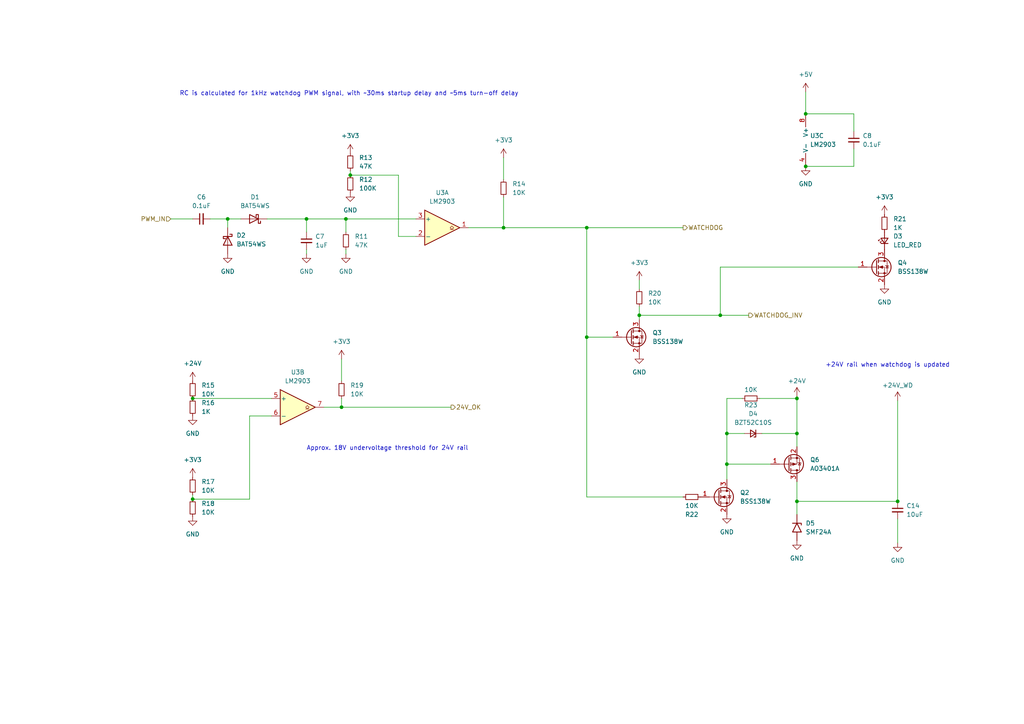
<source format=kicad_sch>
(kicad_sch (version 20230121) (generator eeschema)
  (paper "A4")
  (lib_symbols
    (symbol "Device:C_Small" (pin_numbers hide) (pin_names (offset 0.254) hide)
      (property "Reference" "C" (at 0.254 1.778 0))
      (property "Value" "C_Small" (at 0.254 -2.032 0))
      (symbol "C_Small_0_1"
        (polyline (pts (xy -1.524 -0.508) (xy 1.524 -0.508)) (stroke (width 0.3302)))
        (polyline (pts (xy -1.524 0.508) (xy 1.524 0.508)) (stroke (width 0.3048)))
      )
      (symbol "C_Small_1_1"
        (pin passive line (at 0 2.54 270) (length 2.032) (name "~") (number "1"))
        (pin passive line (at 0 -2.54 90) (length 2.032) (name "~") (number "2"))
      )
    )
    (symbol "Device:R_Small" (pin_numbers hide) (pin_names (offset 0.254) hide)
      (property "Reference" "R" (at 0.762 0.508 0))
      (property "Value" "R_Small" (at 0.762 -1.016 0))
      (symbol "R_Small_0_1"
        (rectangle (start -0.762 1.778) (end 0.762 -1.778) (stroke (width 0.2032)))
      )
      (symbol "R_Small_1_1"
        (pin passive line (at 0 2.54 270) (length 0.762) (name "~") (number "1"))
        (pin passive line (at 0 -2.54 90) (length 0.762) (name "~") (number "2"))
      )
    )
    (symbol "cnc:+24V_WD" (power) (pin_names (offset 0))
      (property "Value" "+24V_WD" (at 0 3.556 0))
      (symbol "+24V_WD_0_1"
        (polyline (pts (xy -0.762 1.27) (xy 0 2.54)))
        (polyline (pts (xy 0 0) (xy 0 2.54)))
        (polyline (pts (xy 0 2.54) (xy 0.762 1.27)))
      )
      (symbol "+24V_WD_1_1"
        (pin power_in line (at 0 0 90) (length 0) hide (name "+24V_WD") (number "1"))
      )
    )
    (symbol "hadv-diodes:BAT54WS" (pin_numbers hide) (pin_names (offset 1.016) hide)
      (property "Reference" "D" (at 0 2.54 0))
      (property "Value" "BAT54WS" (at 0 -2.54 0))
      (symbol "BAT54WS_0_1"
        (polyline (pts (xy 1.27 0) (xy -1.27 0)))
        (polyline (pts (xy 1.27 1.27) (xy 1.27 -1.27) (xy -1.27 0) (xy 1.27 1.27)) (stroke (width 0.254)))
        (polyline (pts (xy -1.905 0.635) (xy -1.905 1.27) (xy -1.27 1.27) (xy -1.27 -1.27) (xy -0.635 -1.27) (xy -0.635 -0.635)) (stroke (width 0.254)))
      )
      (symbol "BAT54WS_1_1"
        (pin passive line (at -3.81 0 0) (length 2.54) (name "K") (number "1"))
        (pin passive line (at 3.81 0 180) (length 2.54) (name "A") (number "2"))
        (pin no_connect line (at 0 0 90) (length 2.54) hide (name "NC") (number "2"))
      )
    )
    (symbol "hadv-diodes:BZT52C10S" (pin_numbers hide) (pin_names (offset 0.254) hide)
      (property "Reference" "D" (at 0 2.286 0))
      (property "Value" "BZT52C10S" (at 0 -2.286 0))
      (symbol "BZT52C10S_0_1"
        (polyline (pts (xy 0.762 0) (xy -0.762 0)))
        (polyline (pts (xy -0.254 1.016) (xy -0.762 1.016) (xy -0.762 -1.016)) (stroke (width 0.254)))
        (polyline (pts (xy 0.762 1.016) (xy -0.762 0) (xy 0.762 -1.016) (xy 0.762 1.016)) (stroke (width 0.254)))
      )
      (symbol "BZT52C10S_1_1"
        (pin passive line (at -2.54 0 0) (length 1.778) (name "K") (number "1"))
        (pin passive line (at 2.54 0 180) (length 1.778) (name "A") (number "2"))
      )
    )
    (symbol "hadv-opamps:LM393" (pin_names (offset 0.127))
      (property "Reference" "U" (at 3.81 3.81 0))
      (property "Value" "LM2903" (at 6.35 -3.81 0))
      (symbol "LM393_1_1"
        (polyline (pts (xy -5.08 5.08) (xy 5.08 0) (xy -5.08 -5.08) (xy -5.08 5.08)) (stroke (width 0.254)) (fill (type background)))
        (polyline (pts (xy 3.302 -0.508) (xy 2.794 -0.508) (xy 3.302 0) (xy 2.794 0.508) (xy 2.286 0) (xy 2.794 -0.508) (xy 2.286 -0.508)) (stroke (width 0.127)))
        (pin open_collector line (at 7.62 0 180) (length 2.54) (name "~") (number "1"))
        (pin input line (at -7.62 -2.54 0) (length 2.54) (name "-") (number "2"))
        (pin input line (at -7.62 2.54 0) (length 2.54) (name "+") (number "3"))
      )
      (symbol "LM393_2_1"
        (polyline (pts (xy -5.08 5.08) (xy 5.08 0) (xy -5.08 -5.08) (xy -5.08 5.08)) (stroke (width 0.254)) (fill (type background)))
        (polyline (pts (xy 3.302 -0.508) (xy 2.794 -0.508) (xy 3.302 0) (xy 2.794 0.508) (xy 2.286 0) (xy 2.794 -0.508) (xy 2.286 -0.508)) (stroke (width 0.127)))
        (pin input line (at -7.62 2.54 0) (length 2.54) (name "+") (number "5"))
        (pin input line (at -7.62 -2.54 0) (length 2.54) (name "-") (number "6"))
        (pin open_collector line (at 7.62 0 180) (length 2.54) (name "~") (number "7"))
      )
      (symbol "LM393_3_1"
        (pin power_in line (at -2.54 -7.62 90) (length 3.81) (name "V-") (number "4"))
        (pin power_in line (at -2.54 7.62 270) (length 3.81) (name "V+") (number "8"))
      )
    )
    (symbol "hadv-protection:SMF24A" (pin_numbers hide) (pin_names (offset 1.016) hide)
      (property "Reference" "D" (at 0 2.54 0))
      (property "Value" "SMF24A" (at 0 -2.54 0))
      (symbol "SMF24A_0_1"
        (polyline (pts (xy -0.762 1.27) (xy -1.27 1.27) (xy -1.27 -1.27)) (stroke (width 0.254)))
        (polyline (pts (xy 1.27 1.27) (xy 1.27 -1.27) (xy -1.27 0) (xy 1.27 1.27)) (stroke (width 0.254)))
      )
      (symbol "SMF24A_1_1"
        (pin passive line (at -3.81 0 0) (length 2.54) (name "A1") (number "1"))
        (pin passive line (at 3.81 0 180) (length 2.54) (name "A2") (number "2"))
      )
    )
    (symbol "hadv-transistors:AO3401A" (pin_names hide)
      (property "Reference" "Q" (at 5.08 1.905 0))
      (property "Value" "AO3401A" (at 5.08 0 0))
      (symbol "AO3401A_0_1"
        (polyline (pts (xy 0.254 0) (xy -2.54 0)))
        (polyline (pts (xy 0.254 1.905) (xy 0.254 -1.905)) (stroke (width 0.254)))
        (polyline (pts (xy 0.762 -1.27) (xy 0.762 -2.286)) (stroke (width 0.254)))
        (polyline (pts (xy 0.762 0.508) (xy 0.762 -0.508)) (stroke (width 0.254)))
        (polyline (pts (xy 0.762 2.286) (xy 0.762 1.27)) (stroke (width 0.254)))
        (polyline (pts (xy 2.54 2.54) (xy 2.54 1.778)))
        (polyline (pts (xy 2.54 -2.54) (xy 2.54 0) (xy 0.762 0)))
        (polyline (pts (xy 0.762 1.778) (xy 3.302 1.778) (xy 3.302 -1.778) (xy 0.762 -1.778)))
        (polyline (pts (xy 2.286 0) (xy 1.27 0.381) (xy 1.27 -0.381) (xy 2.286 0)) (fill (type outline)))
        (polyline (pts (xy 2.794 -0.508) (xy 2.921 -0.381) (xy 3.683 -0.381) (xy 3.81 -0.254)))
        (polyline (pts (xy 3.302 -0.381) (xy 2.921 0.254) (xy 3.683 0.254) (xy 3.302 -0.381)))
        (circle (center 1.651 0) (radius 2.794) (stroke (width 0.254)))
        (circle (center 2.54 -1.778) (radius 0.254) (fill (type outline)))
        (circle (center 2.54 1.778) (radius 0.254) (fill (type outline)))
      )
      (symbol "AO3401A_1_1"
        (pin input line (at -5.08 0 0) (length 2.54) (name "G") (number "1"))
        (pin passive line (at 2.54 -5.08 90) (length 2.54) (name "S") (number "2"))
        (pin passive line (at 2.54 5.08 270) (length 2.54) (name "D") (number "3"))
      )
    )
    (symbol "hadv-transistors:BSS138W" (pin_names (offset 0) hide)
      (property "Reference" "Q" (at 5.08 1.27 0))
      (property "Value" "BSS138W" (at 5.08 -1.27 0))
      (symbol "BSS138W_0_1"
        (polyline (pts (xy 0.254 0) (xy -2.54 0)))
        (polyline (pts (xy 0.254 1.905) (xy 0.254 -1.905)) (stroke (width 0.254)))
        (polyline (pts (xy 0.762 -1.27) (xy 0.762 -2.286)) (stroke (width 0.254)))
        (polyline (pts (xy 0.762 0.508) (xy 0.762 -0.508)) (stroke (width 0.254)))
        (polyline (pts (xy 0.762 2.286) (xy 0.762 1.27)) (stroke (width 0.254)))
        (polyline (pts (xy 2.54 2.54) (xy 2.54 1.778)))
        (polyline (pts (xy 2.54 -2.54) (xy 2.54 0) (xy 0.762 0)))
        (polyline (pts (xy 0.762 -1.778) (xy 3.302 -1.778) (xy 3.302 1.778) (xy 0.762 1.778)))
        (polyline (pts (xy 1.016 0) (xy 2.032 0.381) (xy 2.032 -0.381) (xy 1.016 0)) (fill (type outline)))
        (polyline (pts (xy 2.794 0.508) (xy 2.921 0.381) (xy 3.683 0.381) (xy 3.81 0.254)))
        (polyline (pts (xy 3.302 0.381) (xy 2.921 -0.254) (xy 3.683 -0.254) (xy 3.302 0.381)))
        (circle (center 1.651 0) (radius 2.794) (stroke (width 0.254)))
        (circle (center 2.54 -1.778) (radius 0.254) (fill (type outline)))
        (circle (center 2.54 1.778) (radius 0.254) (fill (type outline)))
      )
      (symbol "BSS138W_1_1"
        (pin input line (at -5.08 0 0) (length 2.54) (name "G") (number "1"))
        (pin passive line (at 2.54 -5.08 90) (length 2.54) (name "S") (number "2"))
        (pin passive line (at 2.54 5.08 270) (length 2.54) (name "D") (number "3"))
      )
    )
    (symbol "hadv-ui:LED_RED" (pin_numbers hide) (pin_names (offset 0.254) hide)
      (property "Reference" "D" (at -1.27 3.175 0))
      (property "Value" "LED_RED" (at -4.445 -2.54 0))
      (symbol "LED_RED_0_1"
        (polyline (pts (xy -0.762 -1.016) (xy -0.762 1.016)) (stroke (width 0.254)))
        (polyline (pts (xy 1.016 0) (xy -0.762 0)))
        (polyline (pts (xy 0.762 -1.016) (xy -0.762 0) (xy 0.762 1.016) (xy 0.762 -1.016)) (stroke (width 0.254)))
        (polyline (pts (xy 0 0.762) (xy -0.508 1.27) (xy -0.254 1.27) (xy -0.508 1.27) (xy -0.508 1.016)))
        (polyline (pts (xy 0.508 1.27) (xy 0 1.778) (xy 0.254 1.778) (xy 0 1.778) (xy 0 1.524)))
      )
      (symbol "LED_RED_1_1"
        (pin passive line (at -2.54 0 0) (length 1.778) (name "K") (number "1"))
        (pin passive line (at 2.54 0 180) (length 1.778) (name "A") (number "2"))
      )
    )
    (symbol "power:+24V" (power) (pin_names (offset 0))
      (property "Value" "+24V" (at 0 3.556 0))
      (symbol "+24V_0_1"
        (polyline (pts (xy -0.762 1.27) (xy 0 2.54)))
        (polyline (pts (xy 0 0) (xy 0 2.54)))
        (polyline (pts (xy 0 2.54) (xy 0.762 1.27)))
      )
      (symbol "+24V_1_1"
        (pin power_in line (at 0 0 90) (length 0) hide (name "+24V") (number "1"))
      )
    )
    (symbol "power:+3V3" (power) (pin_names (offset 0))
      (property "Value" "+3V3" (at 0 3.556 0))
      (symbol "+3V3_0_1"
        (polyline (pts (xy -0.762 1.27) (xy 0 2.54)))
        (polyline (pts (xy 0 0) (xy 0 2.54)))
        (polyline (pts (xy 0 2.54) (xy 0.762 1.27)))
      )
      (symbol "+3V3_1_1"
        (pin power_in line (at 0 0 90) (length 0) hide (name "+3V3") (number "1"))
      )
    )
    (symbol "power:+5V" (power) (pin_names (offset 0))
      (property "Value" "+5V" (at 0 3.556 0))
      (symbol "+5V_0_1"
        (polyline (pts (xy -0.762 1.27) (xy 0 2.54)))
        (polyline (pts (xy 0 0) (xy 0 2.54)))
        (polyline (pts (xy 0 2.54) (xy 0.762 1.27)))
      )
      (symbol "+5V_1_1"
        (pin power_in line (at 0 0 90) (length 0) hide (name "+5V") (number "1"))
      )
    )
    (symbol "power:GND" (power) (pin_names (offset 0))
      (property "Value" "GND" (at 0 -3.81 0))
      (symbol "GND_0_1"
        (polyline (pts (xy 0 0) (xy 0 -1.27) (xy 1.27 -1.27) (xy 0 -2.54) (xy -1.27 -1.27) (xy 0 -1.27)))
      )
      (symbol "GND_1_1"
        (pin power_in line (at 0 0 270) (length 0) hide (name "GND") (number "1"))
      )
    )
  )
  (junction (at 231.14 125.73))
  (junction (at 185.42 91.44))
  (junction (at 55.88 115.57))
  (junction (at 88.9 63.5))
  (junction (at 101.6 50.8))
  (junction (at 233.68 33.02))
  (junction (at 233.68 48.26))
  (junction (at 231.14 145.415))
  (junction (at 99.06 118.11))
  (junction (at 100.33 63.5))
  (junction (at 210.82 125.73))
  (junction (at 170.18 66.04))
  (junction (at 66.04 63.5))
  (junction (at 170.18 97.79))
  (junction (at 55.88 144.78))
  (junction (at 208.915 91.44))
  (junction (at 231.14 115.57))
  (junction (at 210.82 134.62))
  (junction (at 146.05 66.04))
  (junction (at 260.35 145.415))
  (wire (pts (xy 135.89 66.04) (xy 146.05 66.04)))
  (wire (pts (xy 55.88 115.57) (xy 78.74 115.57)))
  (wire (pts (xy 55.88 144.78) (xy 72.39 144.78)))
  (wire (pts (xy 247.65 43.18) (xy 247.65 48.26)))
  (wire (pts (xy 101.6 49.53) (xy 101.6 50.8)))
  (wire (pts (xy 210.82 125.73) (xy 210.82 134.62)))
  (wire (pts (xy 247.65 48.26) (xy 233.68 48.26)))
  (wire (pts (xy 66.04 63.5) (xy 66.04 66.04)))
  (wire (pts (xy 210.82 134.62) (xy 210.82 139.065)))
  (wire (pts (xy 72.39 144.78) (xy 72.39 120.65)))
  (wire (pts (xy 210.82 125.73) (xy 215.9 125.73)))
  (wire (pts (xy 88.9 73.66) (xy 88.9 72.39)))
  (wire (pts (xy 100.33 63.5) (xy 120.65 63.5)))
  (wire (pts (xy 231.14 139.7) (xy 231.14 145.415)))
  (wire (pts (xy 170.18 97.79) (xy 170.18 66.04)))
  (wire (pts (xy 177.8 97.79) (xy 170.18 97.79)))
  (wire (pts (xy 93.98 118.11) (xy 99.06 118.11)))
  (wire (pts (xy 185.42 81.28) (xy 185.42 83.82)))
  (wire (pts (xy 185.42 91.44) (xy 185.42 92.71)))
  (wire (pts (xy 231.14 115.57) (xy 231.14 125.73)))
  (wire (pts (xy 49.53 63.5) (xy 55.88 63.5)))
  (wire (pts (xy 231.14 125.73) (xy 231.14 129.54)))
  (wire (pts (xy 99.06 104.14) (xy 99.06 110.49)))
  (wire (pts (xy 100.33 72.39) (xy 100.33 73.66)))
  (wire (pts (xy 60.96 63.5) (xy 66.04 63.5)))
  (wire (pts (xy 210.82 115.57) (xy 210.82 125.73)))
  (wire (pts (xy 208.915 91.44) (xy 217.17 91.44)))
  (wire (pts (xy 247.65 38.1) (xy 247.65 33.02)))
  (wire (pts (xy 247.65 33.02) (xy 233.68 33.02)))
  (wire (pts (xy 170.18 66.04) (xy 198.12 66.04)))
  (wire (pts (xy 72.39 120.65) (xy 78.74 120.65)))
  (wire (pts (xy 231.14 114.935) (xy 231.14 115.57)))
  (wire (pts (xy 100.33 67.31) (xy 100.33 63.5)))
  (wire (pts (xy 215.265 115.57) (xy 210.82 115.57)))
  (wire (pts (xy 146.05 66.04) (xy 146.05 57.15)))
  (wire (pts (xy 146.05 45.72) (xy 146.05 52.07)))
  (wire (pts (xy 260.35 116.205) (xy 260.35 145.415)))
  (wire (pts (xy 208.915 77.47) (xy 208.915 91.44)))
  (wire (pts (xy 223.52 134.62) (xy 210.82 134.62)))
  (wire (pts (xy 101.6 50.8) (xy 115.57 50.8)))
  (wire (pts (xy 55.88 143.51) (xy 55.88 144.78)))
  (wire (pts (xy 233.68 26.67) (xy 233.68 33.02)))
  (wire (pts (xy 146.05 66.04) (xy 170.18 66.04)))
  (wire (pts (xy 185.42 88.9) (xy 185.42 91.44)))
  (wire (pts (xy 99.06 118.11) (xy 130.81 118.11)))
  (wire (pts (xy 115.57 50.8) (xy 115.57 68.58)))
  (wire (pts (xy 170.18 144.145) (xy 170.18 97.79)))
  (wire (pts (xy 260.35 157.48) (xy 260.35 150.495)))
  (wire (pts (xy 115.57 68.58) (xy 120.65 68.58)))
  (wire (pts (xy 185.42 91.44) (xy 208.915 91.44)))
  (wire (pts (xy 231.14 145.415) (xy 231.14 149.225)))
  (wire (pts (xy 66.04 63.5) (xy 69.85 63.5)))
  (wire (pts (xy 231.14 145.415) (xy 260.35 145.415)))
  (wire (pts (xy 99.06 118.11) (xy 99.06 115.57)))
  (wire (pts (xy 170.18 144.145) (xy 198.12 144.145)))
  (wire (pts (xy 88.9 67.31) (xy 88.9 63.5)))
  (wire (pts (xy 220.98 125.73) (xy 231.14 125.73)))
  (wire (pts (xy 77.47 63.5) (xy 88.9 63.5)))
  (wire (pts (xy 100.33 63.5) (xy 88.9 63.5)))
  (wire (pts (xy 248.92 77.47) (xy 208.915 77.47)))
  (wire (pts (xy 220.345 115.57) (xy 231.14 115.57)))
  (text "RC is calculated for 1kHz watchdog PWM signal, with ~30ms startup delay and ~5ms turn-off delay" (at 52.07 27.94 0) (effects (font (size 1.27 1.27)) (justify left bottom)))
  (text "+24V rail when watchdog is updated" (at 239.395 106.68 0) (effects (font (size 1.27 1.27)) (justify left bottom)))
  (text "Approx. 18V undervoltage threshold for 24V rail\n" (at 88.9 130.81 0) (effects (font (size 1.27 1.27)) (justify left bottom)))
  (hierarchical_label "PWM_IN" (shape input) (at 49.53 63.5 180))
  (hierarchical_label "WATCHDOG_INV" (shape output) (at 217.17 91.44 0))
  (hierarchical_label "24V_OK" (shape output) (at 130.81 118.11 0))
  (hierarchical_label "WATCHDOG" (shape output) (at 198.12 66.04 0))
  (symbol (lib_id "Device:C_Small") (at 247.65 40.64 0) (unit 1)
    (property "Reference" "C8" (at 250.19 39.3763 0) (effects (justify left)))
    (property "Value" "0.1uF" (at 250.19 41.9163 0) (effects (justify left)))
    (property "Footprint" "Capacitor_SMD:C_0603_1608Metric" (effects hide))
  )
  (symbol (lib_id "Device:R_Small") (at 217.805 115.57 270) (unit 1)
    (property "Reference" "R23" (at 217.805 117.475 90))
    (property "Value" "10K" (at 217.805 113.03 90))
    (property "Footprint" "Resistor_SMD:R_0603_1608Metric" (effects hide))
    (instances (project "colorlight-cnc-proto" (path "" (reference "R23") (unit 1)) (path "" (reference "R26") (unit 1))))
  )
  (symbol (lib_id "Device:R_Small") (at 256.54 64.77 0) (unit 1)
    (property "Reference" "R21" (at 259.08 63.5 0) (effects (justify left)))
    (property "Value" "1K" (at 259.08 66.04 0) (effects (justify left)))
    (property "Footprint" "Resistor_SMD:R_0603_1608Metric" (effects hide))
  )
  (symbol (lib_id "power:+24V") (at 231.14 114.935 0) (unit 1)
    (property "Reference" "#PWR033" (effects hide))
    (property "Value" "+24V" (at 231.14 110.49 0))
    (instances (project "colorlight-cnc-proto" (path "" (reference "#PWR033") (unit 1)) (path "" (reference "#PWR037") (unit 1))))
  )
  (symbol (lib_id "Device:R_Small") (at 101.6 46.99 0) (unit 1)
    (property "Reference" "R13" (at 104.14 45.72 0) (effects (justify left)))
    (property "Value" "47K" (at 104.14 48.26 0) (effects (justify left)))
    (property "Footprint" "Resistor_SMD:R_0603_1608Metric" (effects hide))
  )
  (symbol (lib_id "hadv-opamps:LM393") (at 86.36 118.11 0) (unit 2)
    (property "Reference" "U3" (at 86.36 107.95 0))
    (property "Value" "LM2903" (at 86.36 110.49 0))
    (property "Footprint" "Package_SO:SOP-8_3.76x4.96mm_P1.27mm" (effects hide))
    (property "Datasheet" "http://www.ti.com/lit/ds/symlink/lm393.pdf" (effects hide))
    (property "MPN" "LM393" (effects hide))
    (property "Manufacturer" "IDCHIP" (effects hide))
    (property "LCSC#" "C400839" (effects hide))
  )
  (symbol (lib_id "Device:R_Small") (at 100.33 69.85 0) (unit 1)
    (property "Reference" "R11" (at 102.87 68.58 0) (effects (justify left)))
    (property "Value" "47K" (at 102.87 71.12 0) (effects (justify left)))
    (property "Footprint" "Resistor_SMD:R_0603_1608Metric" (effects hide))
  )
  (symbol (lib_id "power:GND") (at 100.33 73.66 0) (unit 1)
    (property "Reference" "#PWR019" (effects hide))
    (property "Value" "GND" (at 100.33 78.74 0))
  )
  (symbol (lib_id "cnc:+24V_WD") (at 260.35 116.205 0) (unit 1)
    (property "Reference" "#PWR039" (effects hide))
    (property "Value" "+24V_WD" (at 260.35 111.76 0))
  )
  (symbol (lib_id "power:GND") (at 55.88 120.65 0) (unit 1)
    (property "Reference" "#PWR026" (effects hide))
    (property "Value" "GND" (at 55.88 125.73 0))
  )
  (symbol (lib_id "hadv-opamps:LM393") (at 236.22 40.64 0) (unit 3)
    (property "Reference" "U3" (at 234.95 39.37 0) (effects (justify left)))
    (property "Value" "LM2903" (at 234.95 41.91 0) (effects (justify left)))
    (property "Footprint" "Package_SO:SOP-8_3.76x4.96mm_P1.27mm" (effects hide))
    (property "Datasheet" "http://www.ti.com/lit/ds/symlink/lm393.pdf" (effects hide))
    (property "MPN" "LM393" (effects hide))
    (property "Manufacturer" "IDCHIP" (effects hide))
    (property "LCSC#" "C400839" (effects hide))
  )
  (symbol (lib_id "hadv-diodes:BZT52C10S") (at 218.44 125.73 180) (unit 1)
    (property "Reference" "D4" (at 218.44 120.015 0))
    (property "Value" "BZT52C10S" (at 218.44 122.555 0))
    (property "Footprint" "Diode_SMD:D_SOD-323" (effects hide))
    (property "MPN" "BZT52C10S" (effects hide))
    (property "LCSC#" "C5270769" (effects hide))
    (property "Manufacturer" "YFW" (effects hide))
    (instances (project "colorlight-cnc-proto" (path "" (reference "D4") (unit 1)) (path "" (reference "D7") (unit 1))))
  )
  (symbol (lib_id "power:+3V3") (at 55.88 138.43 0) (unit 1)
    (property "Reference" "#PWR027" (effects hide))
    (property "Value" "+3V3" (at 55.88 133.35 0))
  )
  (symbol (lib_id "power:+3V3") (at 185.42 81.28 0) (unit 1)
    (property "Reference" "#PWR030" (effects hide))
    (property "Value" "+3V3" (at 185.42 76.2 0))
  )
  (symbol (lib_id "hadv-ui:LED_RED") (at 256.54 69.85 90) (unit 1)
    (property "Reference" "D3" (at 259.08 68.5165 90) (effects (justify right)))
    (property "Value" "LED_RED" (at 259.08 71.0565 90) (effects (justify right)))
    (property "Footprint" "LED_SMD:LED_0603_1608Metric" (effects hide))
    (property "MPN" "SZYY0603R" (effects hide))
    (property "Manufacturer" "Yongyu Photoelectric" (effects hide))
    (property "LCSC#" "C434419" (effects hide))
  )
  (symbol (lib_id "power:+3V3") (at 101.6 44.45 0) (unit 1)
    (property "Reference" "#PWR023" (effects hide))
    (property "Value" "+3V3" (at 101.6 39.37 0))
  )
  (symbol (lib_id "power:GND") (at 66.04 73.66 0) (unit 1)
    (property "Reference" "#PWR017" (effects hide))
    (property "Value" "GND" (at 66.04 78.74 0))
  )
  (symbol (lib_id "Device:C_Small") (at 260.35 147.955 0) (unit 1)
    (property "Reference" "C14" (at 262.89 146.6913 0) (effects (justify left)))
    (property "Value" "10uF" (at 262.89 149.2313 0) (effects (justify left)))
    (property "Footprint" "Capacitor_SMD:C_0805_2012Metric" (effects hide))
    (property "LCSC#" "C440198" (effects hide))
    (property "MPN" "GRM21BR61H106KE43L" (effects hide))
    (instances (project "colorlight-cnc-proto" (path "" (reference "C14") (unit 1)) (path "" (reference "C21") (unit 1)) (path "" (reference "C22") (unit 1))))
  )
  (symbol (lib_id "power:+5V") (at 233.68 26.67 0) (unit 1)
    (property "Reference" "#PWR020" (effects hide))
    (property "Value" "+5V" (at 233.68 21.59 0))
  )
  (symbol (lib_id "hadv-diodes:BAT54WS") (at 66.04 69.85 270) (unit 1)
    (property "Reference" "D2" (at 68.58 68.2625 90) (effects (justify left)))
    (property "Value" "BAT54WS" (at 68.58 70.8025 90) (effects (justify left)))
    (property "Footprint" "Diode_SMD:D_SOD-323" (effects hide))
    (property "Datasheet" "https://datasheet.lcsc.com/lcsc/2206271801_FUXINSEMI-BAT54WS_C3040452.pdf" (effects hide))
    (property "MPN" "BAT54WS" (effects hide))
    (property "Manufacturer" "Fuxinsemi" (effects hide))
    (property "LCSC#" "C3040452" (effects hide))
  )
  (symbol (lib_id "hadv-opamps:LM393") (at 128.27 66.04 0) (unit 1)
    (property "Reference" "U3" (at 128.27 55.88 0))
    (property "Value" "LM2903" (at 128.27 58.42 0))
    (property "Footprint" "Package_SO:SOP-8_3.76x4.96mm_P1.27mm" (effects hide))
    (property "Datasheet" "http://www.ti.com/lit/ds/symlink/lm393.pdf" (effects hide))
    (property "MPN" "LM393" (effects hide))
    (property "Manufacturer" "IDCHIP" (effects hide))
    (property "LCSC#" "C400839" (effects hide))
  )
  (symbol (lib_id "Device:C_Small") (at 88.9 69.85 0) (unit 1)
    (property "Reference" "C7" (at 91.44 68.5863 0) (effects (justify left)))
    (property "Value" "1uF" (at 91.44 71.1263 0) (effects (justify left)))
    (property "Footprint" "Capacitor_SMD:C_0603_1608Metric" (effects hide))
  )
  (symbol (lib_id "Device:R_Small") (at 55.88 147.32 0) (unit 1)
    (property "Reference" "R18" (at 58.42 146.05 0) (effects (justify left)))
    (property "Value" "10K" (at 58.42 148.59 0) (effects (justify left)))
    (property "Footprint" "Resistor_SMD:R_0603_1608Metric" (effects hide))
  )
  (symbol (lib_id "Device:R_Small") (at 55.88 118.11 0) (unit 1)
    (property "Reference" "R16" (at 58.42 116.84 0) (effects (justify left)))
    (property "Value" "1K" (at 58.42 119.38 0) (effects (justify left)))
    (property "Footprint" "Resistor_SMD:R_0603_1608Metric" (effects hide))
  )
  (symbol (lib_id "Device:C_Small") (at 58.42 63.5 90) (unit 1)
    (property "Reference" "C6" (at 58.4263 57.15 90))
    (property "Value" "0.1uF" (at 58.4263 59.69 90))
    (property "Footprint" "Capacitor_SMD:C_0603_1608Metric" (effects hide))
  )
  (symbol (lib_id "power:+3V3") (at 99.06 104.14 0) (unit 1)
    (property "Reference" "#PWR029" (effects hide))
    (property "Value" "+3V3" (at 99.06 99.06 0))
  )
  (symbol (lib_id "hadv-transistors:BSS138W") (at 208.28 144.145 0) (unit 1)
    (property "Reference" "Q2" (at 214.63 142.875 0) (effects (justify left)))
    (property "Value" "BSS138W" (at 214.63 145.415 0) (effects (justify left)))
    (property "Footprint" "Package_TO_SOT_SMD:SOT-323_SC-70" (effects hide))
    (property "MPN" "BSS138W" (effects hide))
    (property "Manufacturer" "Jiangsu Changjing Electronics Technology Co., Ltd." (effects hide))
    (property "LCSC#" "C504052" (effects hide))
    (instances (project "colorlight-cnc-proto" (path "" (reference "Q2") (unit 1)) (path "" (reference "Q7") (unit 1))))
  )
  (symbol (lib_id "Device:R_Small") (at 55.88 113.03 0) (unit 1)
    (property "Reference" "R15" (at 58.42 111.76 0) (effects (justify left)))
    (property "Value" "10K" (at 58.42 114.3 0) (effects (justify left)))
    (property "Footprint" "Resistor_SMD:R_0603_1608Metric" (effects hide))
  )
  (symbol (lib_id "power:+3V3") (at 256.54 62.23 0) (unit 1)
    (property "Reference" "#PWR014" (effects hide))
    (property "Value" "+3V3" (at 256.54 57.15 0))
  )
  (symbol (lib_id "hadv-diodes:BAT54WS") (at 73.66 63.5 180) (unit 1)
    (property "Reference" "D1" (at 73.9775 57.15 0))
    (property "Value" "BAT54WS" (at 73.9775 59.69 0))
    (property "Footprint" "Diode_SMD:D_SOD-323" (effects hide))
    (property "Datasheet" "https://datasheet.lcsc.com/lcsc/2206271801_FUXINSEMI-BAT54WS_C3040452.pdf" (effects hide))
    (property "MPN" "BAT54WS" (effects hide))
    (property "Manufacturer" "Fuxinsemi" (effects hide))
    (property "LCSC#" "C3040452" (effects hide))
  )
  (symbol (lib_id "power:GND") (at 185.42 102.87 0) (unit 1)
    (property "Reference" "#PWR031" (effects hide))
    (property "Value" "GND" (at 185.42 107.95 0))
  )
  (symbol (lib_id "power:GND") (at 210.82 149.225 0) (unit 1)
    (property "Reference" "#PWR032" (effects hide))
    (property "Value" "GND" (at 210.82 154.305 0))
    (instances (project "colorlight-cnc-proto" (path "" (reference "#PWR032") (unit 1)) (path "" (reference "#PWR036") (unit 1))))
  )
  (symbol (lib_id "power:+3V3") (at 146.05 45.72 0) (unit 1)
    (property "Reference" "#PWR024" (effects hide))
    (property "Value" "+3V3" (at 146.05 40.64 0))
  )
  (symbol (lib_id "power:GND") (at 260.35 157.48 0) (unit 1)
    (property "Reference" "#PWR034" (effects hide))
    (property "Value" "GND" (at 260.35 162.56 0))
    (instances (project "colorlight-cnc-proto" (path "" (reference "#PWR034") (unit 1)) (path "" (reference "#PWR088") (unit 1))))
  )
  (symbol (lib_id "power:GND") (at 231.14 156.845 0) (unit 1)
    (property "Reference" "#PWR034" (effects hide))
    (property "Value" "GND" (at 231.14 161.925 0))
    (instances (project "colorlight-cnc-proto" (path "" (reference "#PWR034") (unit 1)) (path "" (reference "#PWR038") (unit 1))))
  )
  (symbol (lib_id "Device:R_Small") (at 185.42 86.36 0) (unit 1)
    (property "Reference" "R20" (at 187.96 85.09 0) (effects (justify left)))
    (property "Value" "10K" (at 187.96 87.63 0) (effects (justify left)))
    (property "Footprint" "Resistor_SMD:R_0603_1608Metric" (effects hide))
  )
  (symbol (lib_id "Device:R_Small") (at 146.05 54.61 0) (unit 1)
    (property "Reference" "R14" (at 148.59 53.34 0) (effects (justify left)))
    (property "Value" "10K" (at 148.59 55.88 0) (effects (justify left)))
    (property "Footprint" "Resistor_SMD:R_0603_1608Metric" (effects hide))
  )
  (symbol (lib_id "power:GND") (at 233.68 48.26 0) (unit 1)
    (property "Reference" "#PWR021" (effects hide))
    (property "Value" "GND" (at 233.68 53.34 0))
  )
  (symbol (lib_id "Device:R_Small") (at 99.06 113.03 0) (unit 1)
    (property "Reference" "R19" (at 101.6 111.76 0) (effects (justify left)))
    (property "Value" "10K" (at 101.6 114.3 0) (effects (justify left)))
    (property "Footprint" "Resistor_SMD:R_0603_1608Metric" (effects hide))
  )
  (symbol (lib_id "hadv-transistors:BSS138W") (at 254 77.47 0) (unit 1)
    (property "Reference" "Q4" (at 260.35 76.2 0) (effects (justify left)))
    (property "Value" "BSS138W" (at 260.35 78.74 0) (effects (justify left)))
    (property "Footprint" "Package_TO_SOT_SMD:SOT-323_SC-70" (effects hide))
    (property "MPN" "BSS138W" (effects hide))
    (property "Manufacturer" "Jiangsu Changjing Electronics Technology Co., Ltd." (effects hide))
    (property "LCSC#" "C504052" (effects hide))
  )
  (symbol (lib_id "Device:R_Small") (at 200.66 144.145 270) (unit 1)
    (property "Reference" "R22" (at 200.66 149.225 90))
    (property "Value" "10K" (at 200.66 146.685 90))
    (property "Footprint" "Resistor_SMD:R_0603_1608Metric" (effects hide))
    (instances (project "colorlight-cnc-proto" (path "" (reference "R22") (unit 1)) (path "" (reference "R25") (unit 1))))
  )
  (symbol (lib_id "hadv-transistors:AO3401A") (at 228.6 134.62 0) (mirror x) (unit 1)
    (property "Reference" "Q6" (at 234.95 133.35 0) (effects (justify left)))
    (property "Value" "AO3401A" (at 234.95 135.89 0) (effects (justify left)))
    (property "Footprint" "Package_TO_SOT_SMD:SOT-23" (effects hide))
    (property "Datasheet" "http://www.vishay.com/docs/70209/70209.pdf" (effects hide))
    (property "LCSC#" "C347476" (effects hide))
    (property "MPN" "AO3401A" (effects hide))
    (property "Manufacturer" "UMW" (effects hide))
    (instances (project "colorlight-cnc-proto" (path "" (reference "Q6") (unit 1)) (path "" (reference "Q8") (unit 1))))
  )
  (symbol (lib_id "hadv-transistors:BSS138W") (at 182.88 97.79 0) (unit 1)
    (property "Reference" "Q3" (at 189.23 96.52 0) (effects (justify left)))
    (property "Value" "BSS138W" (at 189.23 99.06 0) (effects (justify left)))
    (property "Footprint" "Package_TO_SOT_SMD:SOT-323_SC-70" (effects hide))
    (property "MPN" "BSS138W" (effects hide))
    (property "Manufacturer" "Jiangsu Changjing Electronics Technology Co., Ltd." (effects hide))
    (property "LCSC#" "C504052" (effects hide))
  )
  (symbol (lib_id "Device:R_Small") (at 55.88 140.97 0) (unit 1)
    (property "Reference" "R17" (at 58.42 139.7 0) (effects (justify left)))
    (property "Value" "10K" (at 58.42 142.24 0) (effects (justify left)))
    (property "Footprint" "Resistor_SMD:R_0603_1608Metric" (effects hide))
  )
  (symbol (lib_id "power:GND") (at 55.88 149.86 0) (unit 1)
    (property "Reference" "#PWR028" (effects hide))
    (property "Value" "GND" (at 55.88 154.94 0))
  )
  (symbol (lib_id "Device:R_Small") (at 101.6 53.34 0) (unit 1)
    (property "Reference" "R12" (at 104.14 52.07 0) (effects (justify left)))
    (property "Value" "100K" (at 104.14 54.61 0) (effects (justify left)))
    (property "Footprint" "Resistor_SMD:R_0603_1608Metric" (effects hide))
  )
  (symbol (lib_id "power:GND") (at 101.6 55.88 0) (unit 1)
    (property "Reference" "#PWR022" (effects hide))
    (property "Value" "GND" (at 101.6 60.96 0))
  )
  (symbol (lib_id "power:GND") (at 256.54 82.55 0) (unit 1)
    (property "Reference" "#PWR015" (effects hide))
    (property "Value" "GND" (at 256.54 87.63 0))
  )
  (symbol (lib_id "hadv-protection:SMF24A") (at 231.14 153.035 270) (unit 1)
    (property "Reference" "D5" (at 233.68 151.765 90) (effects (justify left)))
    (property "Value" "SMF24A" (at 233.68 154.305 90) (effects (justify left)))
    (property "Footprint" "Diode_SMD:D_SOD-123F" (effects hide))
    (property "Datasheet" "https://datasheet.lcsc.com/lcsc/2304140030_Shandong-Jingdao-Microelectronics-SMF24A_C169430.pdf" (effects hide))
    (property "MPN" "SMF24A" (effects hide))
    (property "LCSC#" "C169430" (effects hide))
    (property "Manufacturer" "Shandong Jingdao Microelectronics" (effects hide))
    (instances (project "colorlight-cnc-proto" (path "" (reference "D5") (unit 1)) (path "" (reference "D8") (unit 1))))
  )
  (symbol (lib_id "power:+24V") (at 55.88 110.49 0) (unit 1)
    (property "Reference" "#PWR025" (effects hide))
    (property "Value" "+24V" (at 55.88 105.41 0))
  )
  (symbol (lib_id "power:GND") (at 88.9 73.66 0) (unit 1)
    (property "Reference" "#PWR018" (effects hide))
    (property "Value" "GND" (at 88.9 78.74 0))
  )
)
</source>
